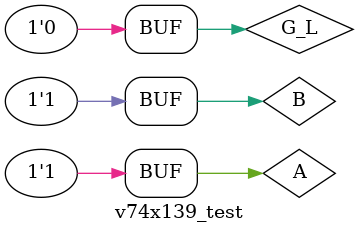
<source format=v>
`timescale 1ns / 1ps


module v74x139_test;

	// Inputs
	reg G_L;
	reg A;
	reg B;

	// Outputs
	wire [3:0] Y_L;

	// Instantiate the Unit Under Test (UUT)
	v74x139h_a uut (
		.G_L(G_L), 
		.A(A), 
		.B(B), 
		.Y_L(Y_L)
	);

	initial begin
		// Initialize Inputs
		G_L = 0;
		A = 0;
		B = 0;

		// Wait 100 ns for global reset to finish
		#100;
        
		// Add stimulus here
		G_L = 0; A = 1; B = 0; #100;
		G_L = 0; A = 0; B = 1; #100;
		G_L = 0; A = 1; B = 1; #100;
		
	end
      
endmodule


</source>
